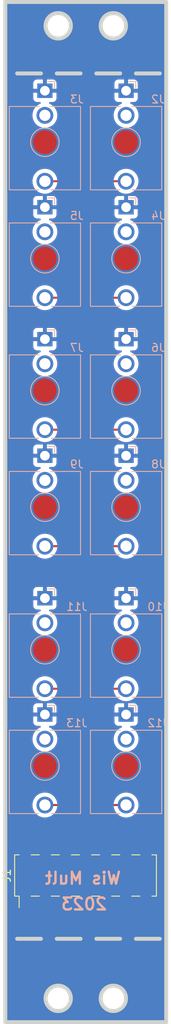
<source format=kicad_pcb>
(kicad_pcb (version 20221018) (generator pcbnew)
  (layers (0 "F.Cu" signal) (31 "B.Cu" signal) (34 "B.Paste" user) (35 "F.Paste" user) (36 "B.SilkS" user "B.Silkscreen") (37 "F.SilkS" user "F.Silkscreen") (38 "B.Mask" user) (39 "F.Mask" user) (44 "Edge.Cuts" user))
  (net 0 "")
  (net 1 "GND")
  (net 2 "Net-(J2-PadT)")
  (net 7 "Net-(J6-PadT)")
  (net 12 "Net-(J10-PadT)")
  (footprint "Connector_PinHeader_2.54mm:PinHeader_2x07_P2.54mm_Vertical_SMD" (layer "F.Cu") (at 30.13 130.025 90)
    (fp_text reference "J1" (at 0 -9.95 90) (layer "F.SilkS"))
    (fp_text value "EuroPower16")
    (fp_line (start -4.04 -8.38) (end -2.6 -8.38) (stroke (width 0.12)) (layer "F.SilkS"))
    (fp_line (start -2.6 -8.95) (end -2.6 -8.38) (stroke (width 0.12)) (layer "F.SilkS"))
    (fp_line (start -2.6 -8.95) (end 2.6 -8.95) (stroke (width 0.12)) (layer "F.SilkS"))
    (fp_line (start -2.6 -6.86) (end -2.6 -5.84) (stroke (width 0.12)) (layer "F.SilkS"))
    (fp_line (start -2.6 -4.32) (end -2.6 -3.3) (stroke (width 0.12)) (layer "F.SilkS"))
    (fp_line (start -2.6 -1.78) (end -2.6 -0.76) (stroke (width 0.12)) (layer "F.SilkS"))
    (fp_line (start -2.6 0.76) (end -2.6 1.78) (stroke (width 0.12)) (layer "F.SilkS"))
    (fp_line (start -2.6 3.3) (end -2.6 4.32) (stroke (width 0.12)) (layer "F.SilkS"))
    (fp_line (start -2.6 5.84) (end -2.6 6.86) (stroke (width 0.12)) (layer "F.SilkS"))
    (fp_line (start -2.6 8.38) (end -2.6 8.95) (stroke (width 0.12)) (layer "F.SilkS"))
    (fp_line (start -2.6 8.95) (end 2.6 8.95) (stroke (width 0.12)) (layer "F.SilkS"))
    (fp_line (start 2.6 -8.95) (end 2.6 -8.38) (stroke (width 0.12)) (layer "F.SilkS"))
    (fp_line (start 2.6 -6.86) (end 2.6 -5.84) (stroke (width 0.12)) (layer "F.SilkS"))
    (fp_line (start 2.6 -4.32) (end 2.6 -3.3) (stroke (width 0.12)) (layer "F.SilkS"))
    (fp_line (start 2.6 -1.78) (end 2.6 -0.76) (stroke (width 0.12)) (layer "F.SilkS"))
    (fp_line (start 2.6 0.76) (end 2.6 1.78) (stroke (width 0.12)) (layer "F.SilkS"))
    (fp_line (start 2.6 3.3) (end 2.6 4.32) (stroke (width 0.12)) (layer "F.SilkS"))
    (fp_line (start 2.6 5.84) (end 2.6 6.86) (stroke (width 0.12)) (layer "F.SilkS"))
    (fp_line (start 2.6 8.38) (end 2.6 8.95) (stroke (width 0.12)) (layer "F.SilkS"))
    (pad "1" smd rect (at -2.525 -7.62 90) (size 3.15 1) (layers "F.Cu" "F.Paste" "F.Mask"))
    (pad "2" smd rect (at 2.525 -7.62 90) (size 3.15 1) (layers "F.Cu" "F.Paste" "F.Mask"))
    (pad "3" smd rect (at -2.525 -5.08 90) (size 3.15 1) (layers "F.Cu" "F.Paste" "F.Mask") (net 1 "GND"))
    (pad "4" smd rect (at 2.525 -5.08 90) (size 3.15 1) (layers "F.Cu" "F.Paste" "F.Mask") (net 1 "GND"))
    (pad "5" smd rect (at -2.525 -2.54 90) (size 3.15 1) (layers "F.Cu" "F.Paste" "F.Mask") (net 1 "GND"))
    (pad "6" smd rect (at 2.525 -2.54 90) (size 3.15 1) (layers "F.Cu" "F.Paste" "F.Mask") (net 1 "GND"))
    (pad "7" smd rect (at -2.525 0 90) (size 3.15 1) (layers "F.Cu" "F.Paste" "F.Mask") (net 1 "GND"))
    (pad "8" smd rect (at 2.525 0 90) (size 3.15 1) (layers "F.Cu" "F.Paste" "F.Mask") (net 1 "GND"))
    (pad "9" smd rect (at -2.525 2.54 90) (size 3.15 1) (layers "F.Cu" "F.Paste" "F.Mask"))
    (pad "10" smd rect (at 2.525 2.54 90) (size 3.15 1) (layers "F.Cu" "F.Paste" "F.Mask"))
    (pad "11" smd rect (at -2.525 5.08 90) (size 3.15 1) (layers "F.Cu" "F.Paste" "F.Mask"))
    (pad "12" smd rect (at 2.525 5.08 90) (size 3.15 1) (layers "F.Cu" "F.Paste" "F.Mask"))
    (pad "13" smd rect (at -2.525 7.62 90) (size 3.15 1) (layers "F.Cu" "F.Paste" "F.Mask"))
    (pad "14" smd rect (at 2.525 7.62 90) (size 3.15 1) (layers "F.Cu" "F.Paste" "F.Mask"))
  )
  (footprint "Connector_Audio:Jack_3.5mm_QingPu_WQP-PJ398SM_Vertical_CircularHoles" (layer "B.Cu") (at 35.25 95.1 180)
    (fp_text reference "J10" (at -4.03 -1.08) (layer "B.SilkS") (effects (justify mirror)))
    (fp_text value "Thonkiconn")
    (fp_line (start -4.5 -1.98) (end -4.5 -12.48) (stroke (width 0.12)) (layer "B.SilkS"))
    (fp_line (start -1.23 1.17) (end -1.23 0.37) (stroke (width 0.12)) (layer "B.SilkS"))
    (fp_line (start -1.23 1.17) (end -0.37 1.17) (stroke (width 0.12)) (layer "B.SilkS"))
    (fp_line (start -0.8 -12.48) (end -4.5 -12.48) (stroke (width 0.12)) (layer "B.SilkS"))
    (fp_line (start -0.72 -1.98) (end -4.5 -1.98) (stroke (width 0.12)) (layer "B.SilkS"))
    (fp_line (start 4.5 -12.48) (end 0.8 -12.48) (stroke (width 0.12)) (layer "B.SilkS"))
    (fp_line (start 4.5 -1.98) (end 0.72 -1.98) (stroke (width 0.12)) (layer "B.SilkS"))
    (fp_line (start 4.5 -1.98) (end 4.5 -12.48) (stroke (width 0.12)) (layer "B.SilkS"))
    (fp_circle (center 0 -6.48) (end 1.8 -6.48) (stroke (width 0.12)) (fill none) (layer "B.SilkS"))
    (pad "S" thru_hole rect (at 0 0) (size 1.93 1.83) (drill 1.22) (layers "*.Cu" "*.Mask") (net 1 "GND"))
    (pad "T" thru_hole circle (at 0 -11.4) (size 2.13 2.13) (drill 1.43) (layers "*.Cu" "*.Mask") (net 12 "Net-(J10-PadT)"))
    (pad "TN" thru_hole circle (at 0 -3.1) (size 2.13 2.13) (drill 1.42) (layers "*.Cu" "*.Mask"))
    (zone (net 0) (net_name "") (layer "B.Cu") (connect_pads (clearance 0)) (min_thickness 0.254)
      (keepout (tracks not_allowed) (vias not_allowed) (pads not_allowed) (copperpour not_allowed) (footprints not_allowed))
      (fill (thermal_gap 0.508) (thermal_bridge_width 0.508))
      (polygon (pts (xy 33.744859 101.58) (xy 33.76507 101.334171) (xy 33.825159 101.094945) (xy 33.923514 100.868744) (xy 34.057492 100.661645) (xy 34.223496 100.47921) (xy 34.417068 100.326336) (xy 34.633008 100.207131) (xy 34.865518 100.124794) (xy 35.108354 100.081539) (xy 35.354993 100.078525) (xy 35.598813 100.115835) (xy 35.833266 100.192466) (xy 36.052054 100.30636) (xy 36.249303 100.454458) (xy 36.419714 100.632784) (xy 36.558712 100.836548) (xy 36.662564 101.060278) (xy 36.728481 101.297965) (xy 36.754692 101.543226) (xy 36.740493 101.789475) (xy 36.686266 102.030099) (xy 36.593468 102.258634) (xy 36.464589 102.468945) (xy 36.303092 102.655382) (xy 36.113313 102.812939) (xy 35.90035 102.937385) (xy 35.669921 103.025377) (xy 35.428215 103.074553) (xy 35.181722 103.083592) (xy 34.937064 103.05225) (xy 34.700809 102.98137) (xy 34.479303 102.872856) (xy 34.278495 102.729621) (xy 34.103777 102.555512) (xy 33.959842 102.355205) (xy 33.850555 102.134079) (xy 33.778851 101.898074) (xy 33.746656 101.653526)))
    )
  )
  (footprint "Connector_Audio:Jack_3.5mm_QingPu_WQP-PJ398SM_Vertical_CircularHoles" (layer "B.Cu") (at 35.25 77.15 180)
    (fp_text reference "J8" (at -4.03 -1.08) (layer "B.SilkS") (effects (justify mirror)))
    (fp_text value "Thonkiconn")
    (fp_line (start -4.5 -1.98) (end -4.5 -12.48) (stroke (width 0.12)) (layer "B.SilkS"))
    (fp_line (start -1.23 1.17) (end -1.23 0.37) (stroke (width 0.12)) (layer "B.SilkS"))
    (fp_line (start -1.23 1.17) (end -0.37 1.17) (stroke (width 0.12)) (layer "B.SilkS"))
    (fp_line (start -0.8 -12.48) (end -4.5 -12.48) (stroke (width 0.12)) (layer "B.SilkS"))
    (fp_line (start -0.72 -1.98) (end -4.5 -1.98) (stroke (width 0.12)) (layer "B.SilkS"))
    (fp_line (start 4.5 -12.48) (end 0.8 -12.48) (stroke (width 0.12)) (layer "B.SilkS"))
    (fp_line (start 4.5 -1.98) (end 0.72 -1.98) (stroke (width 0.12)) (layer "B.SilkS"))
    (fp_line (start 4.5 -1.98) (end 4.5 -12.48) (stroke (width 0.12)) (layer "B.SilkS"))
    (fp_circle (center 0 -6.48) (end 1.8 -6.48) (stroke (width 0.12)) (fill none) (layer "B.SilkS"))
    (pad "S" thru_hole rect (at 0 0) (size 1.93 1.83) (drill 1.22) (layers "*.Cu" "*.Mask") (net 1 "GND"))
    (pad "T" thru_hole circle (at 0 -11.4) (size 2.13 2.13) (drill 1.43) (layers "*.Cu" "*.Mask") (net 7 "Net-(J6-PadT)"))
    (pad "TN" thru_hole circle (at 0 -3.1) (size 2.13 2.13) (drill 1.42) (layers "*.Cu" "*.Mask"))
    (zone (net 0) (net_name "") (layer "B.Cu") (connect_pads (clearance 0)) (min_thickness 0.254)
      (keepout (tracks not_allowed) (vias not_allowed) (pads not_allowed) (copperpour not_allowed) (footprints not_allowed))
      (fill (thermal_gap 0.508) (thermal_bridge_width 0.508))
      (polygon (pts (xy 33.744859 83.63) (xy 33.76507 83.384171) (xy 33.825159 83.144945) (xy 33.923514 82.918744) (xy 34.057492 82.711645) (xy 34.223496 82.52921) (xy 34.417068 82.376336) (xy 34.633008 82.257131) (xy 34.865518 82.174794) (xy 35.108354 82.131539) (xy 35.354993 82.128525) (xy 35.598813 82.165835) (xy 35.833266 82.242466) (xy 36.052054 82.35636) (xy 36.249303 82.504458) (xy 36.419714 82.682784) (xy 36.558712 82.886548) (xy 36.662564 83.110278) (xy 36.728481 83.347965) (xy 36.754692 83.593226) (xy 36.740493 83.839475) (xy 36.686266 84.080099) (xy 36.593468 84.308634) (xy 36.464589 84.518945) (xy 36.303092 84.705382) (xy 36.113313 84.862939) (xy 35.90035 84.987385) (xy 35.669921 85.075377) (xy 35.428215 85.124553) (xy 35.181722 85.133592) (xy 34.937064 85.10225) (xy 34.700809 85.03137) (xy 34.479303 84.922856) (xy 34.278495 84.779621) (xy 34.103777 84.605512) (xy 33.959842 84.405205) (xy 33.850555 84.184079) (xy 33.778851 83.948074) (xy 33.746656 83.703526)))
    )
  )
  (footprint "Connector_Audio:Jack_3.5mm_QingPu_WQP-PJ398SM_Vertical_CircularHoles" (layer "B.Cu") (at 25 62.47 180)
    (fp_text reference "J7" (at -4.03 -1.08) (layer "B.SilkS") (effects (justify mirror)))
    (fp_text value "Thonkiconn")
    (fp_line (start -4.5 -1.98) (end -4.5 -12.48) (stroke (width 0.12)) (layer "B.SilkS"))
    (fp_line (start -1.23 1.17) (end -1.23 0.37) (stroke (width 0.12)) (layer "B.SilkS"))
    (fp_line (start -1.23 1.17) (end -0.37 1.17) (stroke (width 0.12)) (layer "B.SilkS"))
    (fp_line (start -0.8 -12.48) (end -4.5 -12.48) (stroke (width 0.12)) (layer "B.SilkS"))
    (fp_line (start -0.72 -1.98) (end -4.5 -1.98) (stroke (width 0.12)) (layer "B.SilkS"))
    (fp_line (start 4.5 -12.48) (end 0.8 -12.48) (stroke (width 0.12)) (layer "B.SilkS"))
    (fp_line (start 4.5 -1.98) (end 0.72 -1.98) (stroke (width 0.12)) (layer "B.SilkS"))
    (fp_line (start 4.5 -1.98) (end 4.5 -12.48) (stroke (width 0.12)) (layer "B.SilkS"))
    (fp_circle (center 0 -6.48) (end 1.8 -6.48) (stroke (width 0.12)) (fill none) (layer "B.SilkS"))
    (pad "S" thru_hole rect (at 0 0) (size 1.93 1.83) (drill 1.22) (layers "*.Cu" "*.Mask") (net 1 "GND"))
    (pad "T" thru_hole circle (at 0 -11.4) (size 2.13 2.13) (drill 1.43) (layers "*.Cu" "*.Mask") (net 7 "Net-(J6-PadT)"))
    (pad "TN" thru_hole circle (at 0 -3.1) (size 2.13 2.13) (drill 1.42) (layers "*.Cu" "*.Mask"))
    (zone (net 0) (net_name "") (layer "B.Cu") (connect_pads (clearance 0)) (min_thickness 0.254)
      (keepout (tracks not_allowed) (vias not_allowed) (pads not_allowed) (copperpour not_allowed) (footprints not_allowed))
      (fill (thermal_gap 0.508) (thermal_bridge_width 0.508))
      (polygon (pts (xy 23.494859 68.95) (xy 23.51507 68.704171) (xy 23.575159 68.464945) (xy 23.673514 68.238744) (xy 23.807492 68.031645) (xy 23.973496 67.84921) (xy 24.167068 67.696336) (xy 24.383008 67.577131) (xy 24.615518 67.494794) (xy 24.858354 67.451539) (xy 25.104993 67.448525) (xy 25.348813 67.485835) (xy 25.583266 67.562466) (xy 25.802054 67.67636) (xy 25.999303 67.824458) (xy 26.169714 68.002784) (xy 26.308712 68.206548) (xy 26.412564 68.430278) (xy 26.478481 68.667965) (xy 26.504692 68.913226) (xy 26.490493 69.159475) (xy 26.436266 69.400099) (xy 26.343468 69.628634) (xy 26.214589 69.838945) (xy 26.053092 70.025382) (xy 25.863313 70.182939) (xy 25.65035 70.307385) (xy 25.419921 70.395377) (xy 25.178215 70.444553) (xy 24.931722 70.453592) (xy 24.687064 70.42225) (xy 24.450809 70.35137) (xy 24.229303 70.242856) (xy 24.028495 70.099621) (xy 23.853777 69.925512) (xy 23.709842 69.725205) (xy 23.600555 69.504079) (xy 23.528851 69.268074) (xy 23.496656 69.023526)))
    )
  )
  (footprint "Connector_Audio:Jack_3.5mm_QingPu_WQP-PJ398SM_Vertical_CircularHoles" (layer "B.Cu") (at 35.25 109.75 180)
    (fp_text reference "J12" (at -4.03 -1.08) (layer "B.SilkS") (effects (justify mirror)))
    (fp_text value "Thonkiconn")
    (fp_line (start -4.5 -1.98) (end -4.5 -12.48) (stroke (width 0.12)) (layer "B.SilkS"))
    (fp_line (start -1.23 1.17) (end -1.23 0.37) (stroke (width 0.12)) (layer "B.SilkS"))
    (fp_line (start -1.23 1.17) (end -0.37 1.17) (stroke (width 0.12)) (layer "B.SilkS"))
    (fp_line (start -0.8 -12.48) (end -4.5 -12.48) (stroke (width 0.12)) (layer "B.SilkS"))
    (fp_line (start -0.72 -1.98) (end -4.5 -1.98) (stroke (width 0.12)) (layer "B.SilkS"))
    (fp_line (start 4.5 -12.48) (end 0.8 -12.48) (stroke (width 0.12)) (layer "B.SilkS"))
    (fp_line (start 4.5 -1.98) (end 0.72 -1.98) (stroke (width 0.12)) (layer "B.SilkS"))
    (fp_line (start 4.5 -1.98) (end 4.5 -12.48) (stroke (width 0.12)) (layer "B.SilkS"))
    (fp_circle (center 0 -6.48) (end 1.8 -6.48) (stroke (width 0.12)) (fill none) (layer "B.SilkS"))
    (pad "S" thru_hole rect (at 0 0) (size 1.93 1.83) (drill 1.22) (layers "*.Cu" "*.Mask") (net 1 "GND"))
    (pad "T" thru_hole circle (at 0 -11.4) (size 2.13 2.13) (drill 1.43) (layers "*.Cu" "*.Mask") (net 12 "Net-(J10-PadT)"))
    (pad "TN" thru_hole circle (at 0 -3.1) (size 2.13 2.13) (drill 1.42) (layers "*.Cu" "*.Mask"))
    (zone (net 0) (net_name "") (layer "B.Cu") (connect_pads (clearance 0)) (min_thickness 0.254)
      (keepout (tracks not_allowed) (vias not_allowed) (pads not_allowed) (copperpour not_allowed) (footprints not_allowed))
      (fill (thermal_gap 0.508) (thermal_bridge_width 0.508))
      (polygon (pts (xy 33.744859 116.23) (xy 33.76507 115.984171) (xy 33.825159 115.744945) (xy 33.923514 115.518744) (xy 34.057492 115.311645) (xy 34.223496 115.12921) (xy 34.417068 114.976336) (xy 34.633008 114.857131) (xy 34.865518 114.774794) (xy 35.108354 114.731539) (xy 35.354993 114.728525) (xy 35.598813 114.765835) (xy 35.833266 114.842466) (xy 36.052054 114.95636) (xy 36.249303 115.104458) (xy 36.419714 115.282784) (xy 36.558712 115.486548) (xy 36.662564 115.710278) (xy 36.728481 115.947965) (xy 36.754692 116.193226) (xy 36.740493 116.439475) (xy 36.686266 116.680099) (xy 36.593468 116.908634) (xy 36.464589 117.118945) (xy 36.303092 117.305382) (xy 36.113313 117.462939) (xy 35.90035 117.587385) (xy 35.669921 117.675377) (xy 35.428215 117.724553) (xy 35.181722 117.733592) (xy 34.937064 117.70225) (xy 34.700809 117.63137) (xy 34.479303 117.522856) (xy 34.278495 117.379621) (xy 34.103777 117.205512) (xy 33.959842 117.005205) (xy 33.850555 116.784079) (xy 33.778851 116.548074) (xy 33.746656 116.303526)))
    )
  )
  (footprint "Connector_Audio:Jack_3.5mm_QingPu_WQP-PJ398SM_Vertical_CircularHoles" (layer "B.Cu") (at 25 95.1 180)
    (fp_text reference "J11" (at -4.03 -1.08) (layer "B.SilkS") (effects (justify mirror)))
    (fp_text value "Thonkiconn")
    (fp_line (start -4.5 -1.98) (end -4.5 -12.48) (stroke (width 0.12)) (layer "B.SilkS"))
    (fp_line (start -1.23 1.17) (end -1.23 0.37) (stroke (width 0.12)) (layer "B.SilkS"))
    (fp_line (start -1.23 1.17) (end -0.37 1.17) (stroke (width 0.12)) (layer "B.SilkS"))
    (fp_line (start -0.8 -12.48) (end -4.5 -12.48) (stroke (width 0.12)) (layer "B.SilkS"))
    (fp_line (start -0.72 -1.98) (end -4.5 -1.98) (stroke (width 0.12)) (layer "B.SilkS"))
    (fp_line (start 4.5 -12.48) (end 0.8 -12.48) (stroke (width 0.12)) (layer "B.SilkS"))
    (fp_line (start 4.5 -1.98) (end 0.72 -1.98) (stroke (width 0.12)) (layer "B.SilkS"))
    (fp_line (start 4.5 -1.98) (end 4.5 -12.48) (stroke (width 0.12)) (layer "B.SilkS"))
    (fp_circle (center 0 -6.48) (end 1.8 -6.48) (stroke (width 0.12)) (fill none) (layer "B.SilkS"))
    (pad "S" thru_hole rect (at 0 0) (size 1.93 1.83) (drill 1.22) (layers "*.Cu" "*.Mask") (net 1 "GND"))
    (pad "T" thru_hole circle (at 0 -11.4) (size 2.13 2.13) (drill 1.43) (layers "*.Cu" "*.Mask") (net 12 "Net-(J10-PadT)"))
    (pad "TN" thru_hole circle (at 0 -3.1) (size 2.13 2.13) (drill 1.42) (layers "*.Cu" "*.Mask"))
    (zone (net 0) (net_name "") (layer "B.Cu") (connect_pads (clearance 0)) (min_thickness 0.254)
      (keepout (tracks not_allowed) (vias not_allowed) (pads not_allowed) (copperpour not_allowed) (footprints not_allowed))
      (fill (thermal_gap 0.508) (thermal_bridge_width 0.508))
      (polygon (pts (xy 23.494859 101.58) (xy 23.51507 101.334171) (xy 23.575159 101.094945) (xy 23.673514 100.868744) (xy 23.807492 100.661645) (xy 23.973496 100.47921) (xy 24.167068 100.326336) (xy 24.383008 100.207131) (xy 24.615518 100.124794) (xy 24.858354 100.081539) (xy 25.104993 100.078525) (xy 25.348813 100.115835) (xy 25.583266 100.192466) (xy 25.802054 100.30636) (xy 25.999303 100.454458) (xy 26.169714 100.632784) (xy 26.308712 100.836548) (xy 26.412564 101.060278) (xy 26.478481 101.297965) (xy 26.504692 101.543226) (xy 26.490493 101.789475) (xy 26.436266 102.030099) (xy 26.343468 102.258634) (xy 26.214589 102.468945) (xy 26.053092 102.655382) (xy 25.863313 102.812939) (xy 25.65035 102.937385) (xy 25.419921 103.025377) (xy 25.178215 103.074553) (xy 24.931722 103.083592) (xy 24.687064 103.05225) (xy 24.450809 102.98137) (xy 24.229303 102.872856) (xy 24.028495 102.729621) (xy 23.853777 102.555512) (xy 23.709842 102.355205) (xy 23.600555 102.134079) (xy 23.528851 101.898074) (xy 23.496656 101.653526)))
    )
  )
  (footprint "Connector_Audio:Jack_3.5mm_QingPu_WQP-PJ398SM_Vertical_CircularHoles" (layer "B.Cu") (at 25 109.75 180)
    (fp_text reference "J13" (at -4.03 -1.08) (layer "B.SilkS") (effects (justify mirror)))
    (fp_text value "Thonkiconn")
    (fp_line (start -4.5 -1.98) (end -4.5 -12.48) (stroke (width 0.12)) (layer "B.SilkS"))
    (fp_line (start -1.23 1.17) (end -1.23 0.37) (stroke (width 0.12)) (layer "B.SilkS"))
    (fp_line (start -1.23 1.17) (end -0.37 1.17) (stroke (width 0.12)) (layer "B.SilkS"))
    (fp_line (start -0.8 -12.48) (end -4.5 -12.48) (stroke (width 0.12)) (layer "B.SilkS"))
    (fp_line (start -0.72 -1.98) (end -4.5 -1.98) (stroke (width 0.12)) (layer "B.SilkS"))
    (fp_line (start 4.5 -12.48) (end 0.8 -12.48) (stroke (width 0.12)) (layer "B.SilkS"))
    (fp_line (start 4.5 -1.98) (end 0.72 -1.98) (stroke (width 0.12)) (layer "B.SilkS"))
    (fp_line (start 4.5 -1.98) (end 4.5 -12.48) (stroke (width 0.12)) (layer "B.SilkS"))
    (fp_circle (center 0 -6.48) (end 1.8 -6.48) (stroke (width 0.12)) (fill none) (layer "B.SilkS"))
    (pad "S" thru_hole rect (at 0 0) (size 1.93 1.83) (drill 1.22) (layers "*.Cu" "*.Mask") (net 1 "GND"))
    (pad "T" thru_hole circle (at 0 -11.4) (size 2.13 2.13) (drill 1.43) (layers "*.Cu" "*.Mask") (net 12 "Net-(J10-PadT)"))
    (pad "TN" thru_hole circle (at 0 -3.1) (size 2.13 2.13) (drill 1.42) (layers "*.Cu" "*.Mask"))
    (zone (net 0) (net_name "") (layer "B.Cu") (connect_pads (clearance 0)) (min_thickness 0.254)
      (keepout (tracks not_allowed) (vias not_allowed) (pads not_allowed) (copperpour not_allowed) (footprints not_allowed))
      (fill (thermal_gap 0.508) (thermal_bridge_width 0.508))
      (polygon (pts (xy 23.494859 116.23) (xy 23.51507 115.984171) (xy 23.575159 115.744945) (xy 23.673514 115.518744) (xy 23.807492 115.311645) (xy 23.973496 115.12921) (xy 24.167068 114.976336) (xy 24.383008 114.857131) (xy 24.615518 114.774794) (xy 24.858354 114.731539) (xy 25.104993 114.728525) (xy 25.348813 114.765835) (xy 25.583266 114.842466) (xy 25.802054 114.95636) (xy 25.999303 115.104458) (xy 26.169714 115.282784) (xy 26.308712 115.486548) (xy 26.412564 115.710278) (xy 26.478481 115.947965) (xy 26.504692 116.193226) (xy 26.490493 116.439475) (xy 26.436266 116.680099) (xy 26.343468 116.908634) (xy 26.214589 117.118945) (xy 26.053092 117.305382) (xy 25.863313 117.462939) (xy 25.65035 117.587385) (xy 25.419921 117.675377) (xy 25.178215 117.724553) (xy 24.931722 117.733592) (xy 24.687064 117.70225) (xy 24.450809 117.63137) (xy 24.229303 117.522856) (xy 24.028495 117.379621) (xy 23.853777 117.205512) (xy 23.709842 117.005205) (xy 23.600555 116.784079) (xy 23.528851 116.548074) (xy 23.496656 116.303526)))
    )
  )
  (footprint "Connector_Audio:Jack_3.5mm_QingPu_WQP-PJ398SM_Vertical_CircularHoles" (layer "B.Cu") (at 25 77.15 180)
    (fp_text reference "J9" (at -4.03 -1.08) (layer "B.SilkS") (effects (justify mirror)))
    (fp_text value "Thonkiconn")
    (fp_line (start -4.5 -1.98) (end -4.5 -12.48) (stroke (width 0.12)) (layer "B.SilkS"))
    (fp_line (start -1.23 1.17) (end -1.23 0.37) (stroke (width 0.12)) (layer "B.SilkS"))
    (fp_line (start -1.23 1.17) (end -0.37 1.17) (stroke (width 0.12)) (layer "B.SilkS"))
    (fp_line (start -0.8 -12.48) (end -4.5 -12.48) (stroke (width 0.12)) (layer "B.SilkS"))
    (fp_line (start -0.72 -1.98) (end -4.5 -1.98) (stroke (width 0.12)) (layer "B.SilkS"))
    (fp_line (start 4.5 -12.48) (end 0.8 -12.48) (stroke (width 0.12)) (layer "B.SilkS"))
    (fp_line (start 4.5 -1.98) (end 0.72 -1.98) (stroke (width 0.12)) (layer "B.SilkS"))
    (fp_line (start 4.5 -1.98) (end 4.5 -12.48) (stroke (width 0.12)) (layer "B.SilkS"))
    (fp_circle (center 0 -6.48) (end 1.8 -6.48) (stroke (width 0.12)) (fill none) (layer "B.SilkS"))
    (pad "S" thru_hole rect (at 0 0) (size 1.93 1.83) (drill 1.22) (layers "*.Cu" "*.Mask") (net 1 "GND"))
    (pad "T" thru_hole circle (at 0 -11.4) (size 2.13 2.13) (drill 1.43) (layers "*.Cu" "*.Mask") (net 7 "Net-(J6-PadT)"))
    (pad "TN" thru_hole circle (at 0 -3.1) (size 2.13 2.13) (drill 1.42) (layers "*.Cu" "*.Mask"))
    (zone (net 0) (net_name "") (layer "B.Cu") (connect_pads (clearance 0)) (min_thickness 0.254)
      (keepout (tracks not_allowed) (vias not_allowed) (pads not_allowed) (copperpour not_allowed) (footprints not_allowed))
      (fill (thermal_gap 0.508) (thermal_bridge_width 0.508))
      (polygon (pts (xy 23.494859 83.63) (xy 23.51507 83.384171) (xy 23.575159 83.144945) (xy 23.673514 82.918744) (xy 23.807492 82.711645) (xy 23.973496 82.52921) (xy 24.167068 82.376336) (xy 24.383008 82.257131) (xy 24.615518 82.174794) (xy 24.858354 82.131539) (xy 25.104993 82.128525) (xy 25.348813 82.165835) (xy 25.583266 82.242466) (xy 25.802054 82.35636) (xy 25.999303 82.504458) (xy 26.169714 82.682784) (xy 26.308712 82.886548) (xy 26.412564 83.110278) (xy 26.478481 83.347965) (xy 26.504692 83.593226) (xy 26.490493 83.839475) (xy 26.436266 84.080099) (xy 26.343468 84.308634) (xy 26.214589 84.518945) (xy 26.053092 84.705382) (xy 25.863313 84.862939) (xy 25.65035 84.987385) (xy 25.419921 85.075377) (xy 25.178215 85.124553) (xy 24.931722 85.133592) (xy 24.687064 85.10225) (xy 24.450809 85.03137) (xy 24.229303 84.922856) (xy 24.028495 84.779621) (xy 23.853777 84.605512) (xy 23.709842 84.405205) (xy 23.600555 84.184079) (xy 23.528851 83.948074) (xy 23.496656 83.703526)))
    )
  )
  (footprint "Connector_Audio:Jack_3.5mm_QingPu_WQP-PJ398SM_Vertical_CircularHoles" (layer "B.Cu") (at 35.25 45.85 180)
    (fp_text reference "J4" (at -4.03 -1.08) (layer "B.SilkS") (effects (justify mirror)))
    (fp_text value "Thonkiconn")
    (fp_line (start -4.5 -1.98) (end -4.5 -12.48) (stroke (width 0.12)) (layer "B.SilkS"))
    (fp_line (start -1.23 1.17) (end -1.23 0.37) (stroke (width 0.12)) (layer "B.SilkS"))
    (fp_line (start -1.23 1.17) (end -0.37 1.17) (stroke (width 0.12)) (layer "B.SilkS"))
    (fp_line (start -0.8 -12.48) (end -4.5 -12.48) (stroke (width 0.12)) (layer "B.SilkS"))
    (fp_line (start -0.72 -1.98) (end -4.5 -1.98) (stroke (width 0.12)) (layer "B.SilkS"))
    (fp_line (start 4.5 -12.48) (end 0.8 -12.48) (stroke (width 0.12)) (layer "B.SilkS"))
    (fp_line (start 4.5 -1.98) (end 0.72 -1.98) (stroke (width 0.12)) (layer "B.SilkS"))
    (fp_line (start 4.5 -1.98) (end 4.5 -12.48) (stroke (width 0.12)) (layer "B.SilkS"))
    (fp_circle (center 0 -6.48) (end 1.8 -6.48) (stroke (width 0.12)) (fill none) (layer "B.SilkS"))
    (pad "S" thru_hole rect (at 0 0) (size 1.93 1.83) (drill 1.22) (layers "*.Cu" "*.Mask") (net 1 "GND"))
    (pad "T" thru_hole circle (at 0 -11.4) (size 2.13 2.13) (drill 1.43) (layers "*.Cu" "*.Mask") (net 2 "Net-(J2-PadT)"))
    (pad "TN" thru_hole circle (at 0 -3.1) (size 2.13 2.13) (drill 1.42) (layers "*.Cu" "*.Mask"))
    (zone (net 0) (net_name "") (layer "B.Cu") (connect_pads (clearance 0)) (min_thickness 0.254)
      (keepout (tracks not_allowed) (vias not_allowed) (pads not_allowed) (copperpour not_allowed) (footprints not_allowed))
      (fill (thermal_gap 0.508) (thermal_bridge_width 0.508))
      (polygon (pts (xy 33.744859 52.33) (xy 33.76507 52.084171) (xy 33.825159 51.844945) (xy 33.923514 51.618744) (xy 34.057492 51.411645) (xy 34.223496 51.22921) (xy 34.417068 51.076336) (xy 34.633008 50.957131) (xy 34.865518 50.874794) (xy 35.108354 50.831539) (xy 35.354993 50.828525) (xy 35.598813 50.865835) (xy 35.833266 50.942466) (xy 36.052054 51.05636) (xy 36.249303 51.204458) (xy 36.419714 51.382784) (xy 36.558712 51.586548) (xy 36.662564 51.810278) (xy 36.728481 52.047965) (xy 36.754692 52.293226) (xy 36.740493 52.539475) (xy 36.686266 52.780099) (xy 36.593468 53.008634) (xy 36.464589 53.218945) (xy 36.303092 53.405382) (xy 36.113313 53.562939) (xy 35.90035 53.687385) (xy 35.669921 53.775377) (xy 35.428215 53.824553) (xy 35.181722 53.833592) (xy 34.937064 53.80225) (xy 34.700809 53.73137) (xy 34.479303 53.622856) (xy 34.278495 53.479621) (xy 34.103777 53.305512) (xy 33.959842 53.105205) (xy 33.850555 52.884079) (xy 33.778851 52.648074) (xy 33.746656 52.403526)))
    )
  )
  (footprint "Connector_Audio:Jack_3.5mm_QingPu_WQP-PJ398SM_Vertical_CircularHoles" (layer "B.Cu") (at 35.25 62.47 180)
    (fp_text reference "J6" (at -4.03 -1.08) (layer "B.SilkS") (effects (justify mirror)))
    (fp_text value "Thonkiconn")
    (fp_line (start -4.5 -1.98) (end -4.5 -12.48) (stroke (width 0.12)) (layer "B.SilkS"))
    (fp_line (start -1.23 1.17) (end -1.23 0.37) (stroke (width 0.12)) (layer "B.SilkS"))
    (fp_line (start -1.23 1.17) (end -0.37 1.17) (stroke (width 0.12)) (layer "B.SilkS"))
    (fp_line (start -0.8 -12.48) (end -4.5 -12.48) (stroke (width 0.12)) (layer "B.SilkS"))
    (fp_line (start -0.72 -1.98) (end -4.5 -1.98) (stroke (width 0.12)) (layer "B.SilkS"))
    (fp_line (start 4.5 -12.48) (end 0.8 -12.48) (stroke (width 0.12)) (layer "B.SilkS"))
    (fp_line (start 4.5 -1.98) (end 0.72 -1.98) (stroke (width 0.12)) (layer "B.SilkS"))
    (fp_line (start 4.5 -1.98) (end 4.5 -12.48) (stroke (width 0.12)) (layer "B.SilkS"))
    (fp_circle (center 0 -6.48) (end 1.8 -6.48) (stroke (width 0.12)) (fill none) (layer "B.SilkS"))
    (pad "S" thru_hole rect (at 0 0) (size 1.93 1.83) (drill 1.22) (layers "*.Cu" "*.Mask") (net 1 "GND"))
    (pad "T" thru_hole circle (at 0 -11.4) (size 2.13 2.13) (drill 1.43) (layers "*.Cu" "*.Mask") (net 7 "Net-(J6-PadT)"))
    (pad "TN" thru_hole circle (at 0 -3.1) (size 2.13 2.13) (drill 1.42) (layers "*.Cu" "*.Mask"))
    (zone (net 0) (net_name "") (layer "B.Cu") (connect_pads (clearance 0)) (min_thickness 0.254)
      (keepout (tracks not_allowed) (vias not_allowed) (pads not_allowed) (copperpour not_allowed) (footprints not_allowed))
      (fill (thermal_gap 0.508) (thermal_bridge_width 0.508))
      (polygon (pts (xy 33.744859 68.95) (xy 33.76507 68.704171) (xy 33.825159 68.464945) (xy 33.923514 68.238744) (xy 34.057492 68.031645) (xy 34.223496 67.84921) (xy 34.417068 67.696336) (xy 34.633008 67.577131) (xy 34.865518 67.494794) (xy 35.108354 67.451539) (xy 35.354993 67.448525) (xy 35.598813 67.485835) (xy 35.833266 67.562466) (xy 36.052054 67.67636) (xy 36.249303 67.824458) (xy 36.419714 68.002784) (xy 36.558712 68.206548) (xy 36.662564 68.430278) (xy 36.728481 68.667965) (xy 36.754692 68.913226) (xy 36.740493 69.159475) (xy 36.686266 69.400099) (xy 36.593468 69.628634) (xy 36.464589 69.838945) (xy 36.303092 70.025382) (xy 36.113313 70.182939) (xy 35.90035 70.307385) (xy 35.669921 70.395377) (xy 35.428215 70.444553) (xy 35.181722 70.453592) (xy 34.937064 70.42225) (xy 34.700809 70.35137) (xy 34.479303 70.242856) (xy 34.278495 70.099621) (xy 34.103777 69.925512) (xy 33.959842 69.725205) (xy 33.850555 69.504079) (xy 33.778851 69.268074) (xy 33.746656 69.023526)))
    )
  )
  (footprint "Connector_Audio:Jack_3.5mm_QingPu_WQP-PJ398SM_Vertical_CircularHoles" (layer "B.Cu") (at 25 45.85 180)
    (fp_text reference "J5" (at -4.03 -1.08) (layer "B.SilkS") (effects (justify mirror)))
    (fp_text value "Thonkiconn")
    (fp_line (start -4.5 -1.98) (end -4.5 -12.48) (stroke (width 0.12)) (layer "B.SilkS"))
    (fp_line (start -1.23 1.17) (end -1.23 0.37) (stroke (width 0.12)) (layer "B.SilkS"))
    (fp_line (start -1.23 1.17) (end -0.37 1.17) (stroke (width 0.12)) (layer "B.SilkS"))
    (fp_line (start -0.8 -12.48) (end -4.5 -12.48) (stroke (width 0.12)) (layer "B.SilkS"))
    (fp_line (start -0.72 -1.98) (end -4.5 -1.98) (stroke (width 0.12)) (layer "B.SilkS"))
    (fp_line (start 4.5 -12.48) (end 0.8 -12.48) (stroke (width 0.12)) (layer "B.SilkS"))
    (fp_line (start 4.5 -1.98) (end 0.72 -1.98) (stroke (width 0.12)) (layer "B.SilkS"))
    (fp_line (start 4.5 -1.98) (end 4.5 -12.48) (stroke (width 0.12)) (layer "B.SilkS"))
    (fp_circle (center 0 -6.48) (end 1.8 -6.48) (stroke (width 0.12)) (fill none) (layer "B.SilkS"))
    (pad "S" thru_hole rect (at 0 0) (size 1.93 1.83) (drill 1.22) (layers "*.Cu" "*.Mask") (net 1 "GND"))
    (pad "T" thru_hole circle (at 0 -11.4) (size 2.13 2.13) (drill 1.43) (layers "*.Cu" "*.Mask") (net 2 "Net-(J2-PadT)"))
    (pad "TN" thru_hole circle (at 0 -3.1) (size 2.13 2.13) (drill 1.42) (layers "*.Cu" "*.Mask"))
    (zone (net 0) (net_name "") (layer "B.Cu") (connect_pads (clearance 0)) (min_thickness 0.254)
      (keepout (tracks not_allowed) (vias not_allowed) (pads not_allowed) (copperpour not_allowed) (footprints not_allowed))
      (fill (thermal_gap 0.508) (thermal_bridge_width 0.508))
      (polygon (pts (xy 23.494859 52.33) (xy 23.51507 52.084171) (xy 23.575159 51.844945) (xy 23.673514 51.618744) (xy 23.807492 51.411645) (xy 23.973496 51.22921) (xy 24.167068 51.076336) (xy 24.383008 50.957131) (xy 24.615518 50.874794) (xy 24.858354 50.831539) (xy 25.104993 50.828525) (xy 25.348813 50.865835) (xy 25.583266 50.942466) (xy 25.802054 51.05636) (xy 25.999303 51.204458) (xy 26.169714 51.382784) (xy 26.308712 51.586548) (xy 26.412564 51.810278) (xy 26.478481 52.047965) (xy 26.504692 52.293226) (xy 26.490493 52.539475) (xy 26.436266 52.780099) (xy 26.343468 53.008634) (xy 26.214589 53.218945) (xy 26.053092 53.405382) (xy 25.863313 53.562939) (xy 25.65035 53.687385) (xy 25.419921 53.775377) (xy 25.178215 53.824553) (xy 24.931722 53.833592) (xy 24.687064 53.80225) (xy 24.450809 53.73137) (xy 24.229303 53.622856) (xy 24.028495 53.479621) (xy 23.853777 53.305512) (xy 23.709842 53.105205) (xy 23.600555 52.884079) (xy 23.528851 52.648074) (xy 23.496656 52.403526)))
    )
  )
  (footprint "Connector_Audio:Jack_3.5mm_QingPu_WQP-PJ398SM_Vertical_CircularHoles" (layer "B.Cu") (at 35.25 31.18 180)
    (fp_text reference "J2" (at -4.03 -1.08) (layer "B.SilkS") (effects (justify mirror)))
    (fp_text value "Thonkiconn")
    (fp_line (start -4.5 -1.98) (end -4.5 -12.48) (stroke (width 0.12)) (layer "B.SilkS"))
    (fp_line (start -1.23 1.17) (end -1.23 0.37) (stroke (width 0.12)) (layer "B.SilkS"))
    (fp_line (start -1.23 1.17) (end -0.37 1.17) (stroke (width 0.12)) (layer "B.SilkS"))
    (fp_line (start -0.8 -12.48) (end -4.5 -12.48) (stroke (width 0.12)) (layer "B.SilkS"))
    (fp_line (start -0.72 -1.98) (end -4.5 -1.98) (stroke (width 0.12)) (layer "B.SilkS"))
    (fp_line (start 4.5 -12.48) (end 0.8 -12.48) (stroke (width 0.12)) (layer "B.SilkS"))
    (fp_line (start 4.5 -1.98) (end 0.72 -1.98) (stroke (width 0.12)) (layer "B.SilkS"))
    (fp_line (start 4.5 -1.98) (end 4.5 -12.48) (stroke (width 0.12)) (layer "B.SilkS"))
    (fp_circle (center 0 -6.48) (end 1.8 -6.48) (stroke (width 0.12)) (fill none) (layer "B.SilkS"))
    (pad "S" thru_hole rect (at 0 0) (size 1.93 1.83) (drill 1.22) (layers "*.Cu" "*.Mask") (net 1 "GND"))
    (pad "T" thru_hole circle (at 0 -11.4) (size 2.13 2.13) (drill 1.43) (layers "*.Cu" "*.Mask") (net 2 "Net-(J2-PadT)"))
    (pad "TN" thru_hole circle (at 0 -3.1) (size 2.13 2.13) (drill 1.42) (layers "*.Cu" "*.Mask"))
    (zone (net 0) (net_name "") (layer "B.Cu") (connect_pads (clearance 0)) (min_thickness 0.254)
      (keepout (tracks not_allowed) (vias not_allowed) (pads not_allowed) (copperpour not_allowed) (footprints not_allowed))
      (fill (thermal_gap 0.508) (thermal_bridge_width 0.508))
      (polygon (pts (xy 33.744859 37.66) (xy 33.76507 37.414171) (xy 33.825159 37.174945) (xy 33.923514 36.948744) (xy 34.057492 36.741645) (xy 34.223496 36.55921) (xy 34.417068 36.406336) (xy 34.633008 36.287131) (xy 34.865518 36.204794) (xy 35.108354 36.161539) (xy 35.354993 36.158525) (xy 35.598813 36.195835) (xy 35.833266 36.272466) (xy 36.052054 36.38636) (xy 36.249303 36.534458) (xy 36.419714 36.712784) (xy 36.558712 36.916548) (xy 36.662564 37.140278) (xy 36.728481 37.377965) (xy 36.754692 37.623226) (xy 36.740493 37.869475) (xy 36.686266 38.110099) (xy 36.593468 38.338634) (xy 36.464589 38.548945) (xy 36.303092 38.735382) (xy 36.113313 38.892939) (xy 35.90035 39.017385) (xy 35.669921 39.105377) (xy 35.428215 39.154553) (xy 35.181722 39.163592) (xy 34.937064 39.13225) (xy 34.700809 39.06137) (xy 34.479303 38.952856) (xy 34.278495 38.809621) (xy 34.103777 38.635512) (xy 33.959842 38.435205) (xy 33.850555 38.214079) (xy 33.778851 37.978074) (xy 33.746656 37.733526)))
    )
  )
  (footprint "Connector_Audio:Jack_3.5mm_QingPu_WQP-PJ398SM_Vertical_CircularHoles" (layer "B.Cu") (at 25 31.18 180)
    (fp_text reference "J3" (at -4.03 -1.08) (layer "B.SilkS") (effects (justify mirror)))
    (fp_text value "Thonkiconn")
    (fp_line (start -4.5 -1.98) (end -4.5 -12.48) (stroke (width 0.12)) (layer "B.SilkS"))
    (fp_line (start -1.23 1.17) (end -1.23 0.37) (stroke (width 0.12)) (layer "B.SilkS"))
    (fp_line (start -1.23 1.17) (end -0.37 1.17) (stroke (width 0.12)) (layer "B.SilkS"))
    (fp_line (start -0.8 -12.48) (end -4.5 -12.48) (stroke (width 0.12)) (layer "B.SilkS"))
    (fp_line (start -0.72 -1.98) (end -4.5 -1.98) (stroke (width 0.12)) (layer "B.SilkS"))
    (fp_line (start 4.5 -12.48) (end 0.8 -12.48) (stroke (width 0.12)) (layer "B.SilkS"))
    (fp_line (start 4.5 -1.98) (end 0.72 -1.98) (stroke (width 0.12)) (layer "B.SilkS"))
    (fp_line (start 4.5 -1.98) (end 4.5 -12.48) (stroke (width 0.12)) (layer "B.SilkS"))
    (fp_circle (center 0 -6.48) (end 1.8 -6.48) (stroke (width 0.12)) (fill none) (layer "B.SilkS"))
    (pad "S" thru_hole rect (at 0 0) (size 1.93 1.83) (drill 1.22) (layers "*.Cu" "*.Mask") (net 1 "GND"))
    (pad "T" thru_hole circle (at 0 -11.4) (size 2.13 2.13) (drill 1.43) (layers "*.Cu" "*.Mask") (net 2 "Net-(J2-PadT)"))
    (pad "TN" thru_hole circle (at 0 -3.1) (size 2.13 2.13) (drill 1.42) (layers "*.Cu" "*.Mask"))
    (zone (net 0) (net_name "") (layer "B.Cu") (connect_pads (clearance 0)) (min_thickness 0.254)
      (keepout (tracks not_allowed) (vias not_allowed) (pads not_allowed) (copperpour not_allowed) (footprints not_allowed))
      (fill (thermal_gap 0.508) (thermal_bridge_width 0.508))
      (polygon (pts (xy 23.494859 37.66) (xy 23.51507 37.414171) (xy 23.575159 37.174945) (xy 23.673514 36.948744) (xy 23.807492 36.741645) (xy 23.973496 36.55921) (xy 24.167068 36.406336) (xy 24.383008 36.287131) (xy 24.615518 36.204794) (xy 24.858354 36.161539) (xy 25.104993 36.158525) (xy 25.348813 36.195835) (xy 25.583266 36.272466) (xy 25.802054 36.38636) (xy 25.999303 36.534458) (xy 26.169714 36.712784) (xy 26.308712 36.916548) (xy 26.412564 37.140278) (xy 26.478481 37.377965) (xy 26.504692 37.623226) (xy 26.490493 37.869475) (xy 26.436266 38.110099) (xy 26.343468 38.338634) (xy 26.214589 38.548945) (xy 26.053092 38.735382) (xy 25.863313 38.892939) (xy 25.65035 39.017385) (xy 25.419921 39.105377) (xy 25.178215 39.154553) (xy 24.931722 39.163592) (xy 24.687064 39.13225) (xy 24.450809 39.06137) (xy 24.229303 38.952856) (xy 24.028495 38.809621) (xy 23.853777 38.635512) (xy 23.709842 38.435205) (xy 23.600555 38.214079) (xy 23.528851 37.978074) (xy 23.496656 37.733526)))
    )
  )
  (gr_line (start 21.5 138) (end 24.5 138) (stroke (width 0.5)) (layer "Edge.Cuts"))
  (gr_line (start 21.5 29) (end 24.5 29) (stroke (width 0.5)) (layer "Edge.Cuts"))
  (gr_line (start 31.5 29) (end 34.5 29) (stroke (width 0.5)) (layer "Edge.Cuts"))
  (gr_circle (center 33.64 23) (end 33.64 24.6) (stroke (width 0.5)) (fill none) (layer "Edge.Cuts"))
  (gr_line (start 36.5 29) (end 39.5 29) (stroke (width 0.5)) (layer "Edge.Cuts"))
  (gr_line (start 26.5 29) (end 29.5 29) (stroke (width 0.5)) (layer "Edge.Cuts"))
  (gr_circle (center 33.64 145.5) (end 33.64 147.1) (stroke (width 0.5)) (fill none) (layer "Edge.Cuts"))
  (gr_line (start 26.5 138) (end 29.5 138) (stroke (width 0.5)) (layer "Edge.Cuts"))
  (gr_rect (start 20 20) (end 40.32 148.5) (stroke (width 0.5)) (fill none) (layer "Edge.Cuts"))
  (gr_line (start 36.5 138) (end 39.5 138) (stroke (width 0.5)) (layer "Edge.Cuts"))
  (gr_circle (center 26.68 23) (end 26.68 24.6) (stroke (width 0.5)) (fill none) (layer "Edge.Cuts"))
  (gr_line (start 31.5 138) (end 34.5 138) (stroke (width 0.5)) (layer "Edge.Cuts"))
  (gr_circle (center 26.68 145.5) (end 26.68 147.1) (stroke (width 0.5)) (fill none) (layer "Edge.Cuts"))
  (gr_text "2023" (at 33 134.5) (layer "B.SilkS") (effects (font (size 1.5 1.5) (thickness 0.3) bold) (justify left bottom mirror)))
  (gr_text "Wis Mult" (at 34.75 131.25) (layer "B.SilkS") (effects (font (size 1.5 1.5) (thickness 0.3) bold) (justify left bottom mirror)))
  (segment (start 35.25 57.25) (end 30 57.25) (width 0.25) (layer "F.Cu") (net 2))
  (segment (start 30 57.25) (end 30 42.58) (width 0.25) (layer "F.Cu") (net 2))
  (segment (start 30 42.58) (end 35.25 42.58) (width 0.25) (layer "F.Cu") (net 2))
  (segment (start 30 57.25) (end 25 57.25) (width 0.25) (layer "F.Cu") (net 2))
  (segment (start 25 42.58) (end 30 42.58) (width 0.25) (layer "F.Cu") (net 2))
  (segment (start 25 73.87) (end 30 73.87) (width 0.25) (layer "F.Cu") (net 7))
  (segment (start 25 88.55) (end 30 88.55) (width 0.25) (layer "F.Cu") (net 7))
  (segment (start 30 88.55) (end 35.25 88.55) (width 0.25) (layer "F.Cu") (net 7))
  (segment (start 30 73.87) (end 35.25 73.87) (width 0.25) (layer "F.Cu") (net 7))
  (segment (start 30 88.55) (end 30 73.87) (width 0.25) (layer "F.Cu") (net 7))
  (segment (start 30 73.75) (end 30 73.87) (width 0.25) (layer "F.Cu") (net 7))
  (segment (start 30.25 121.15) (end 35.25 121.15) (width 0.25) (layer "F.Cu") (net 12))
  (segment (start 25 106.5) (end 30.25 106.5) (width 0.25) (layer "F.Cu") (net 12))
  (segment (start 30.25 121.15) (end 30.25 106.5) (width 0.25) (layer "F.Cu") (net 12))
  (segment (start 25 121.15) (end 30.25 121.15) (width 0.25) (layer "F.Cu") (net 12))
  (segment (start 30.25 106.5) (end 35.25 106.5) (width 0.25) (layer "F.Cu") (net 12))
  (zone (net 1) (net_name "GND") (layer "F.Cu") (connect_pads (clearance 0.5)) (min_thickness 0.25) (fill yes (thermal_gap 0.5) (thermal_bridge_width 0.5))
    (polygon (pts (xy 20 20) (xy 40.32 20) (xy 40.32 148.5) (xy 20 148.5)))
  )
  (zone (net 1) (net_name "GND") (layer "B.Cu") (connect_pads (clearance 0.5)) (min_thickness 0.25) (fill yes (thermal_gap 0.5) (thermal_bridge_width 0.5))
    (polygon (pts (xy 20 20) (xy 40.32 20) (xy 40.32 148.5) (xy 20 148.5)))
  )
)
</source>
